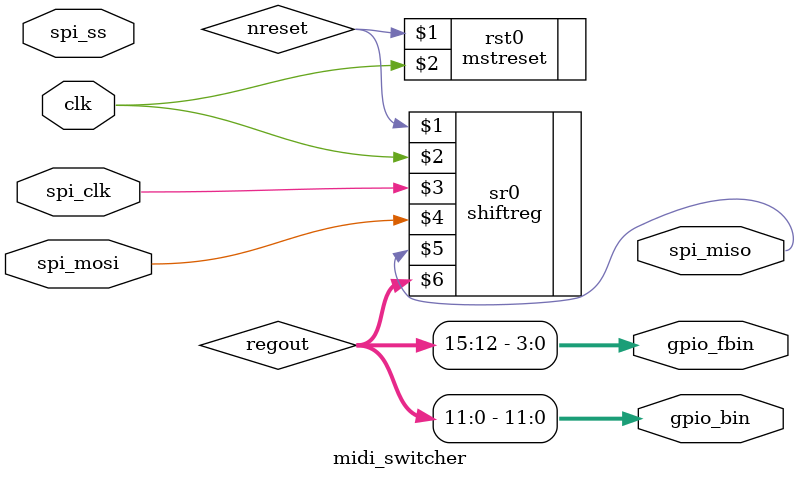
<source format=v>
/**********************************************************************
 * midi_switcher
 *
 * Author: Korwin Anderson
 * Date: 2018-02-03
 * Version: 0
 *
 * Description
 * This top-level Verilog module implements the MIDI switcher.
 * SPI configuration is assumed to be working, otherwise CDONE won't assert.
 * SPI output (spi_miso) is tested after configuration.
 * Test code uses the SPI block as a shift register.
 *
 * Pin descriptions
 *   clk: main clock, derived from MCU oscillator
 *   gpio_bin: 16 GPIO pins
 *   gpio_fbin: 4 GPIO pins
 *   spi_clk: SPI clock
 *   spi_miso: SPI slave output
 *   spi_mosi: SPI slave input
 *   spi_ss: SPI SS
 *
 * History
 * Version    Revision    Notes
 * 0.0        0.0         Test version to facilitate board bring up
 *********************************************************************/
module midi_switcher(
    clk,
    gpio_bin,
    gpio_fbin,
    spi_clk,
    spi_miso,
    spi_mosi,
    spi_ss
);

/* 41 outputs */
input clk;
output [11:0] gpio_bin;
output [3:0] gpio_fbin;
input spi_clk;
output spi_miso;
input spi_mosi;
input spi_ss;

wire clk;
wire [11:0] gpio_bin;
wire [3:0] gpio_fbin;
wire spi_clk;
wire spi_miso;
wire spi_mosi;
wire spi_ss;

/* make the register a multiple of 8 bits to fit the MCU SPI pattern */
wire [15:0] regout;
wire nreset;

/* assign outputs */
assign gpio_bin = regout[11:0];
assign gpio_fbin = regout[15:12];

/* instantiate the reset module to get a reset pulse */
mstreset rst0(
    nreset,
    clk
);

/* instantiate a 16-bit shift register to test connectivity */
shiftreg #(16) sr0(
    nreset,
    clk,
    spi_clk,
    spi_mosi,
    spi_miso,
    regout
);

endmodule

</source>
